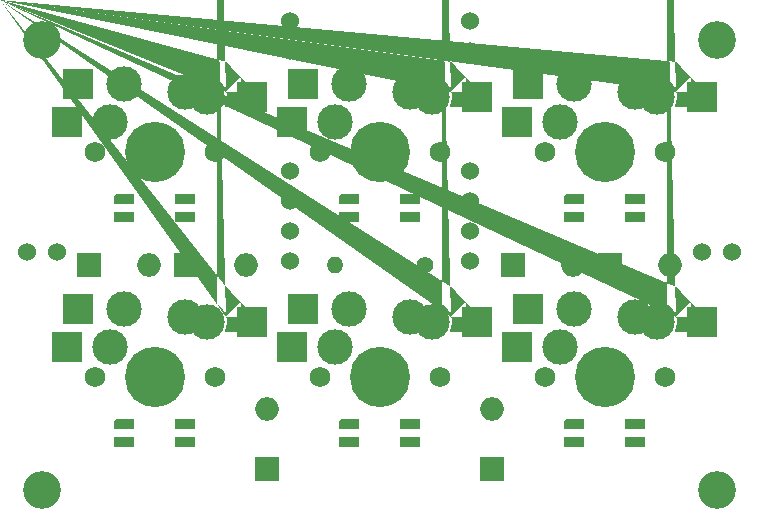
<source format=gbs>
%TF.GenerationSoftware,KiCad,Pcbnew,(6.0.2)*%
%TF.CreationDate,2022-08-23T14:49:27-07:00*%
%TF.ProjectId,minipad,6d696e69-7061-4642-9e6b-696361645f70,rev?*%
%TF.SameCoordinates,Original*%
%TF.FileFunction,Soldermask,Bot*%
%TF.FilePolarity,Negative*%
%FSLAX46Y46*%
G04 Gerber Fmt 4.6, Leading zero omitted, Abs format (unit mm)*
G04 Created by KiCad (PCBNEW (6.0.2)) date 2022-08-23 14:49:27*
%MOMM*%
%LPD*%
G01*
G04 APERTURE LIST*
G04 Aperture macros list*
%AMOutline5P*
0 Free polygon, 5 corners , with rotation*
0 The origin of the aperture is its center*
0 number of corners: always 5*
0 $1 to $10 corner X, Y*
0 $11 Rotation angle, in degrees counterclockwise*
0 create outline with 5 corners*
4,1,5,$1,$2,$3,$4,$5,$6,$7,$8,$9,$10,$1,$2,$11*%
%AMOutline6P*
0 Free polygon, 6 corners , with rotation*
0 The origin of the aperture is its center*
0 number of corners: always 6*
0 $1 to $12 corner X, Y*
0 $13 Rotation angle, in degrees counterclockwise*
0 create outline with 6 corners*
4,1,6,$1,$2,$3,$4,$5,$6,$7,$8,$9,$10,$11,$12,$1,$2,$13*%
%AMOutline7P*
0 Free polygon, 7 corners , with rotation*
0 The origin of the aperture is its center*
0 number of corners: always 7*
0 $1 to $14 corner X, Y*
0 $15 Rotation angle, in degrees counterclockwise*
0 create outline with 7 corners*
4,1,7,$1,$2,$3,$4,$5,$6,$7,$8,$9,$10,$11,$12,$13,$14,$1,$2,$15*%
%AMOutline8P*
0 Free polygon, 8 corners , with rotation*
0 The origin of the aperture is its center*
0 number of corners: always 8*
0 $1 to $16 corner X, Y*
0 $17 Rotation angle, in degrees counterclockwise*
0 create outline with 8 corners*
4,1,8,$1,$2,$3,$4,$5,$6,$7,$8,$9,$10,$11,$12,$13,$14,$15,$16,$1,$2,$17*%
%AMFreePoly0*
4,1,59,1.190063,1.245106,1.205902,1.245106,1.218716,1.235796,1.233779,1.230902,1.243089,1.218089,1.255902,1.208779,1.260796,1.193716,1.270106,1.180902,1.270106,1.165063,1.275000,1.150000,1.275000,-1.150000,1.270106,-1.165063,1.270106,-1.180902,1.260796,-1.193716,1.255902,-1.208779,1.243089,-1.218089,1.233779,-1.230902,1.218716,-1.235796,1.205902,-1.245106,1.190063,-1.245106,
1.175000,-1.250000,0.001414,-1.250000,-0.023259,-1.254448,-0.078911,-1.227567,-0.108134,-1.173109,-0.099766,-1.111875,-0.092784,-1.104590,-0.011622,-0.902915,0.044080,-0.682843,0.069722,-0.457284,0.064839,-0.230324,0.029519,-0.006077,-0.035597,0.211396,-0.129330,0.418153,-0.249981,0.610449,-0.395365,0.784799,-0.562847,0.938044,-0.741490,1.061927,-0.751326,1.064177,-0.754372,1.067666,
-0.758779,1.069098,-0.774445,1.090661,-0.791970,1.110736,-0.792383,1.115351,-0.795106,1.119098,-0.795106,1.145746,-0.797484,1.172293,-0.795106,1.176269,-0.795106,1.180902,-0.779439,1.202466,-0.765762,1.225335,-0.761502,1.227154,-0.758779,1.230902,-0.733435,1.239137,-0.708922,1.249602,-0.704405,1.248569,-0.700000,1.250000,1.175000,1.250000,1.190063,1.245106,1.190063,1.245106,
$1*%
G04 Aperture macros list end*
%ADD10C,3.000000*%
%ADD11C,5.100000*%
%ADD12C,1.750000*%
%ADD13R,2.550000X2.550000*%
%ADD14FreePoly0,0.000000*%
%ADD15R,2.550000X2.500000*%
%ADD16R,1.700000X0.820000*%
%ADD17Outline5P,-0.850000X0.246000X-0.686000X0.410000X0.850000X0.410000X0.850000X-0.410000X-0.850000X-0.410000X0.000000*%
%ADD18C,3.200000*%
%ADD19R,2.000000X2.000000*%
%ADD20O,2.000000X2.000000*%
%ADD21C,1.524000*%
%ADD22C,1.400000*%
%ADD23O,1.400000X1.400000*%
G04 APERTURE END LIST*
D10*
%TO.C,SW4*%
X202168298Y-148074189D03*
D11*
X205978298Y-150614189D03*
D12*
X200898298Y-150614189D03*
D10*
X210378298Y-145914189D03*
X203378298Y-144864189D03*
D12*
X211058298Y-150614189D03*
D10*
X208518298Y-145534189D03*
D13*
X214253298Y-145914189D03*
D14*
X211993298Y-145534189D03*
D15*
X198568298Y-148074189D03*
D13*
X199503298Y-144864189D03*
D16*
X208578298Y-156064189D03*
X203378298Y-156064189D03*
X208578298Y-154564189D03*
D17*
X203378298Y-154564189D03*
%TD*%
D10*
%TO.C,SW3*%
X240268330Y-129024173D03*
D11*
X244078330Y-131564173D03*
D12*
X238998330Y-131564173D03*
D10*
X248478330Y-126864173D03*
X241478330Y-125814173D03*
D12*
X249158330Y-131564173D03*
D10*
X246618330Y-126484173D03*
D13*
X252353330Y-126864173D03*
D14*
X250093330Y-126484173D03*
D15*
X236668330Y-129024173D03*
D13*
X237603330Y-125814173D03*
D16*
X246678330Y-137014173D03*
X241478330Y-137014173D03*
X246678330Y-135514173D03*
D17*
X241478330Y-135514173D03*
%TD*%
D10*
%TO.C,SW2*%
X221218314Y-129024173D03*
D11*
X225028314Y-131564173D03*
D12*
X219948314Y-131564173D03*
D10*
X229428314Y-126864173D03*
X222428314Y-125814173D03*
D12*
X230108314Y-131564173D03*
D10*
X227568314Y-126484173D03*
D13*
X233303314Y-126864173D03*
D14*
X231043314Y-126484173D03*
D15*
X217618314Y-129024173D03*
D13*
X218553314Y-125814173D03*
D16*
X227628314Y-137014173D03*
X222428314Y-137014173D03*
X227628314Y-135514173D03*
D17*
X222428314Y-135514173D03*
%TD*%
D10*
%TO.C,SW6*%
X240268330Y-148074189D03*
D11*
X244078330Y-150614189D03*
D12*
X238998330Y-150614189D03*
D10*
X248478330Y-145914189D03*
X241478330Y-144864189D03*
D12*
X249158330Y-150614189D03*
D10*
X246618330Y-145534189D03*
D13*
X252353330Y-145914189D03*
D14*
X250093330Y-145534189D03*
D15*
X236668330Y-148074189D03*
D13*
X237603330Y-144864189D03*
D16*
X246678330Y-156064189D03*
X241478330Y-156064189D03*
X246678330Y-154564189D03*
D17*
X241478330Y-154564189D03*
%TD*%
D10*
%TO.C,SW1*%
X202168298Y-129024173D03*
D11*
X205978298Y-131564173D03*
D12*
X200898298Y-131564173D03*
D10*
X210378298Y-126864173D03*
X203378298Y-125814173D03*
D12*
X211058298Y-131564173D03*
D10*
X208518298Y-126484173D03*
D13*
X214253298Y-126864173D03*
D14*
X211993298Y-126484173D03*
D15*
X198568298Y-129024173D03*
D13*
X199503298Y-125814173D03*
D16*
X208578298Y-137014173D03*
X203378298Y-137014173D03*
X208578298Y-135514173D03*
D17*
X203378298Y-135514173D03*
%TD*%
D10*
%TO.C,SW5*%
X221218314Y-148074189D03*
D11*
X225028314Y-150614189D03*
D12*
X219948314Y-150614189D03*
D10*
X229428314Y-145914189D03*
X222428314Y-144864189D03*
D12*
X230108314Y-150614189D03*
D10*
X227568314Y-145534189D03*
D13*
X233303314Y-145914189D03*
D14*
X231043314Y-145534189D03*
D15*
X217618314Y-148074189D03*
D13*
X218553314Y-144864189D03*
D16*
X227628314Y-156064189D03*
X222428314Y-156064189D03*
X227628314Y-154564189D03*
D17*
X222428314Y-154564189D03*
%TD*%
D18*
%TO.C,REF\u002A\u002A*%
X253603338Y-160139197D03*
%TD*%
D19*
%TO.C,D4*%
X215503306Y-158353258D03*
D20*
X215503306Y-153273258D03*
%TD*%
D19*
%TO.C,D5*%
X234553322Y-158353258D03*
D20*
X234553322Y-153273258D03*
%TD*%
D21*
%TO.C,C2*%
X197723290Y-140015364D03*
X195183290Y-140015364D03*
%TD*%
D18*
%TO.C,REF\u002A\u002A*%
X196453290Y-160139197D03*
%TD*%
D19*
%TO.C,D3*%
X236339261Y-141089181D03*
D20*
X241419261Y-141089181D03*
%TD*%
D19*
%TO.C,D1*%
X200461733Y-141089181D03*
D20*
X205541733Y-141089181D03*
%TD*%
D19*
%TO.C,D6*%
X244514895Y-141089181D03*
D20*
X249594895Y-141089181D03*
%TD*%
D22*
%TO.C,R1*%
X228838314Y-141089181D03*
D23*
X221218314Y-141089181D03*
%TD*%
D19*
%TO.C,D2*%
X208637367Y-141089181D03*
D20*
X213717367Y-141089181D03*
%TD*%
D18*
%TO.C,REF\u002A\u002A*%
X253603338Y-122039165D03*
%TD*%
%TO.C,REF\u002A\u002A*%
X196453290Y-122039165D03*
%TD*%
D21*
%TO.C,U1*%
X232648314Y-120454165D03*
X232648314Y-122994165D03*
X232648314Y-133154165D03*
X232648314Y-135694165D03*
X232648314Y-138234165D03*
X232648314Y-140774165D03*
X217408314Y-140774165D03*
X217408314Y-138234165D03*
X217408314Y-135694165D03*
X217408314Y-133154165D03*
X217408314Y-122994165D03*
X217408314Y-120454165D03*
%TD*%
%TO.C,C1*%
X252333338Y-140015364D03*
X254873338Y-140015364D03*
%TD*%
M02*

</source>
